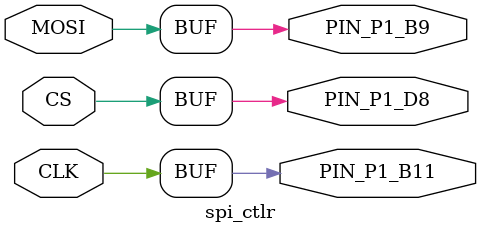
<source format=v>
module spi_ctlr (
	input CLK,
	input MOSI,
	input CS,
	output PIN_P1_B11,
	output PIN_P1_B9,
	output PIN_P1_D8
);

assign PIN_P1_B11 = CLK;
assign PIN_P1_B9 = MOSI;
assign PIN_P1_D8 = CS;

endmodule

</source>
